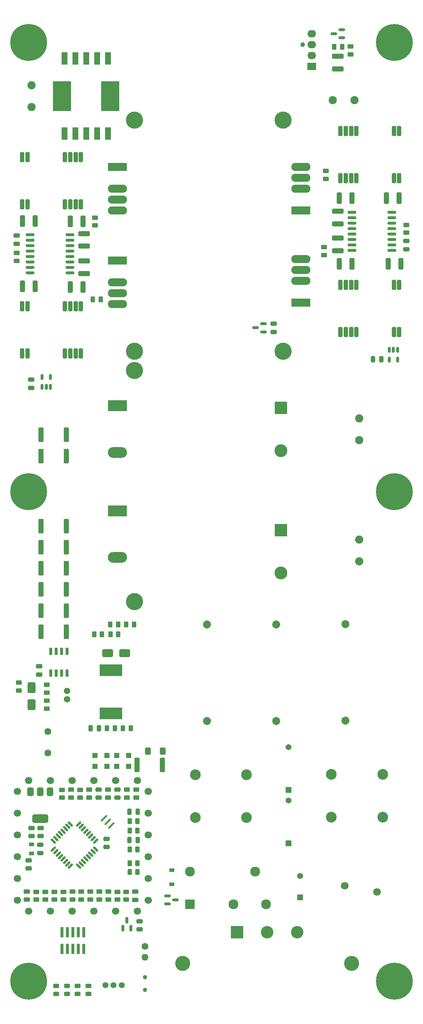
<source format=gbr>
%TF.GenerationSoftware,KiCad,Pcbnew,9.0.0*%
%TF.CreationDate,2025-06-29T21:09:51-04:00*%
%TF.ProjectId,RampedFetCoil,52616d70-6564-4466-9574-436f696c2e6b,rev?*%
%TF.SameCoordinates,Original*%
%TF.FileFunction,Soldermask,Top*%
%TF.FilePolarity,Negative*%
%FSLAX46Y46*%
G04 Gerber Fmt 4.6, Leading zero omitted, Abs format (unit mm)*
G04 Created by KiCad (PCBNEW 9.0.0) date 2025-06-29 21:09:51*
%MOMM*%
%LPD*%
G01*
G04 APERTURE LIST*
G04 Aperture macros list*
%AMRoundRect*
0 Rectangle with rounded corners*
0 $1 Rounding radius*
0 $2 $3 $4 $5 $6 $7 $8 $9 X,Y pos of 4 corners*
0 Add a 4 corners polygon primitive as box body*
4,1,4,$2,$3,$4,$5,$6,$7,$8,$9,$2,$3,0*
0 Add four circle primitives for the rounded corners*
1,1,$1+$1,$2,$3*
1,1,$1+$1,$4,$5*
1,1,$1+$1,$6,$7*
1,1,$1+$1,$8,$9*
0 Add four rect primitives between the rounded corners*
20,1,$1+$1,$2,$3,$4,$5,0*
20,1,$1+$1,$4,$5,$6,$7,0*
20,1,$1+$1,$6,$7,$8,$9,0*
20,1,$1+$1,$8,$9,$2,$3,0*%
%AMRotRect*
0 Rectangle, with rotation*
0 The origin of the aperture is its center*
0 $1 length*
0 $2 width*
0 $3 Rotation angle, in degrees counterclockwise*
0 Add horizontal line*
21,1,$1,$2,0,0,$3*%
G04 Aperture macros list end*
%ADD10RoundRect,0.250000X0.450000X-0.262500X0.450000X0.262500X-0.450000X0.262500X-0.450000X-0.262500X0*%
%ADD11C,1.854000*%
%ADD12RoundRect,0.250000X-0.400000X-0.600000X0.400000X-0.600000X0.400000X0.600000X-0.400000X0.600000X0*%
%ADD13RoundRect,0.250000X-0.450000X0.262500X-0.450000X-0.262500X0.450000X-0.262500X0.450000X0.262500X0*%
%ADD14RoundRect,0.250000X-0.362500X-1.425000X0.362500X-1.425000X0.362500X1.425000X-0.362500X1.425000X0*%
%ADD15C,0.900000*%
%ADD16C,8.600000*%
%ADD17RoundRect,0.250000X0.475000X-0.250000X0.475000X0.250000X-0.475000X0.250000X-0.475000X-0.250000X0*%
%ADD18RoundRect,0.250000X0.262500X0.450000X-0.262500X0.450000X-0.262500X-0.450000X0.262500X-0.450000X0*%
%ADD19RoundRect,0.250000X-1.100000X0.325000X-1.100000X-0.325000X1.100000X-0.325000X1.100000X0.325000X0*%
%ADD20RoundRect,0.150000X-0.875000X-0.150000X0.875000X-0.150000X0.875000X0.150000X-0.875000X0.150000X0*%
%ADD21R,1.422400X1.422400*%
%ADD22C,1.422400*%
%ADD23RoundRect,0.250000X-1.000000X-0.650000X1.000000X-0.650000X1.000000X0.650000X-1.000000X0.650000X0*%
%ADD24RoundRect,0.150000X0.875000X0.150000X-0.875000X0.150000X-0.875000X-0.150000X0.875000X-0.150000X0*%
%ADD25RotRect,0.400000X1.900000X315.000000*%
%ADD26R,0.740000X2.400000*%
%ADD27C,1.700000*%
%ADD28RoundRect,0.243750X0.456250X-0.243750X0.456250X0.243750X-0.456250X0.243750X-0.456250X-0.243750X0*%
%ADD29RoundRect,0.375000X-0.375000X0.625000X-0.375000X-0.625000X0.375000X-0.625000X0.375000X0.625000X0*%
%ADD30RoundRect,0.500000X-1.400000X0.500000X-1.400000X-0.500000X1.400000X-0.500000X1.400000X0.500000X0*%
%ADD31RoundRect,0.250000X0.362500X1.425000X-0.362500X1.425000X-0.362500X-1.425000X0.362500X-1.425000X0*%
%ADD32RoundRect,0.218750X0.381250X-0.218750X0.381250X0.218750X-0.381250X0.218750X-0.381250X-0.218750X0*%
%ADD33C,1.905000*%
%ADD34RoundRect,0.150000X0.150000X-0.725000X0.150000X0.725000X-0.150000X0.725000X-0.150000X-0.725000X0*%
%ADD35C,4.000000*%
%ADD36C,1.612000*%
%ADD37RoundRect,0.250000X-0.262500X-0.450000X0.262500X-0.450000X0.262500X0.450000X-0.262500X0.450000X0*%
%ADD38C,1.000000*%
%ADD39RoundRect,0.150000X-0.350000X-1.000000X0.350000X-1.000000X0.350000X1.000000X-0.350000X1.000000X0*%
%ADD40RoundRect,0.150000X0.350000X1.000000X-0.350000X1.000000X-0.350000X-1.000000X0.350000X-1.000000X0*%
%ADD41RoundRect,0.250000X1.100000X-0.325000X1.100000X0.325000X-1.100000X0.325000X-1.100000X-0.325000X0*%
%ADD42RoundRect,0.102000X0.605000X-1.355000X0.605000X1.355000X-0.605000X1.355000X-0.605000X-1.355000X0*%
%ADD43RoundRect,0.102000X2.050000X-3.370000X2.050000X3.370000X-2.050000X3.370000X-2.050000X-3.370000X0*%
%ADD44RoundRect,0.250000X-0.475000X0.250000X-0.475000X-0.250000X0.475000X-0.250000X0.475000X0.250000X0*%
%ADD45C,2.500000*%
%ADD46RoundRect,0.150000X-0.150000X0.512500X-0.150000X-0.512500X0.150000X-0.512500X0.150000X0.512500X0*%
%ADD47RoundRect,0.150000X-0.587500X-0.150000X0.587500X-0.150000X0.587500X0.150000X-0.587500X0.150000X0*%
%ADD48R,3.000000X3.000000*%
%ADD49C,3.000000*%
%ADD50R,4.500000X1.905000*%
%ADD51O,4.500000X1.905000*%
%ADD52RoundRect,0.250000X-0.325000X-1.100000X0.325000X-1.100000X0.325000X1.100000X-0.325000X1.100000X0*%
%ADD53RoundRect,0.250000X-0.250000X-0.475000X0.250000X-0.475000X0.250000X0.475000X-0.250000X0.475000X0*%
%ADD54RoundRect,0.250000X0.325000X1.100000X-0.325000X1.100000X-0.325000X-1.100000X0.325000X-1.100000X0*%
%ADD55R,1.371600X1.371600*%
%ADD56C,1.371600*%
%ADD57R,1.200000X1.200000*%
%ADD58RoundRect,0.150000X0.587500X0.150000X-0.587500X0.150000X-0.587500X-0.150000X0.587500X-0.150000X0*%
%ADD59R,5.300000X2.800000*%
%ADD60C,3.500000*%
%ADD61RoundRect,0.102000X-1.350000X-1.350000X1.350000X-1.350000X1.350000X1.350000X-1.350000X1.350000X0*%
%ADD62C,2.904000*%
%ADD63C,1.400000*%
%ADD64C,1.100000*%
%ADD65R,2.030000X1.730000*%
%ADD66O,2.030000X1.730000*%
%ADD67RoundRect,0.250000X-0.650000X1.000000X-0.650000X-1.000000X0.650000X-1.000000X0.650000X1.000000X0*%
%ADD68RoundRect,0.125000X0.353553X0.530330X-0.530330X-0.353553X-0.353553X-0.530330X0.530330X0.353553X0*%
%ADD69RoundRect,0.125000X-0.353553X0.530330X-0.530330X0.353553X0.353553X-0.530330X0.530330X-0.353553X0*%
%ADD70RoundRect,0.150000X0.150000X-0.587500X0.150000X0.587500X-0.150000X0.587500X-0.150000X-0.587500X0*%
%ADD71RoundRect,0.150000X0.150000X-0.512500X0.150000X0.512500X-0.150000X0.512500X-0.150000X-0.512500X0*%
%ADD72C,1.600000*%
%ADD73O,1.600000X1.600000*%
%ADD74R,4.500000X2.500000*%
%ADD75O,4.500000X2.500000*%
%ADD76C,1.800000*%
%ADD77RoundRect,0.225000X-0.375000X0.225000X-0.375000X-0.225000X0.375000X-0.225000X0.375000X0.225000X0*%
%ADD78R,2.300000X2.300000*%
%ADD79C,2.300000*%
%ADD80C,1.512000*%
G04 APERTURE END LIST*
D10*
%TO.C,R36*%
X99250000Y-68587500D03*
X99250000Y-70412500D03*
%TD*%
D11*
%TO.C,C29*%
X141600000Y-163550000D03*
X141600000Y-186050000D03*
%TD*%
D12*
%TO.C,D14*%
X111650000Y-193100000D03*
X115150000Y-193100000D03*
%TD*%
D13*
%TO.C,R19*%
X102300000Y-202087500D03*
X102300000Y-203912500D03*
%TD*%
D14*
%TO.C,R28*%
X86637500Y-160340000D03*
X92562500Y-160340000D03*
%TD*%
D15*
%TO.C,H6*%
X80525000Y-132500000D03*
X81469581Y-130219581D03*
X81469581Y-134780419D03*
X83750000Y-129275000D03*
D16*
X83750000Y-132500000D03*
D15*
X83750000Y-135725000D03*
X86030419Y-130219581D03*
X86030419Y-134780419D03*
X86975000Y-132500000D03*
%TD*%
D17*
%TO.C,C6*%
X86612500Y-212912500D03*
X86612500Y-211012500D03*
%TD*%
D18*
%TO.C,R43*%
X109212500Y-221250000D03*
X107387500Y-221250000D03*
%TD*%
D10*
%TO.C,R46*%
X93700000Y-203912500D03*
X93700000Y-202087500D03*
%TD*%
D18*
%TO.C,R9*%
X107662500Y-187750000D03*
X105837500Y-187750000D03*
%TD*%
D19*
%TO.C,C36*%
X96750000Y-78725000D03*
X96750000Y-81675000D03*
%TD*%
D10*
%TO.C,R33*%
X94000000Y-227700000D03*
X94000000Y-225875000D03*
%TD*%
%TO.C,R32*%
X89800000Y-227712500D03*
X89800000Y-225887500D03*
%TD*%
D20*
%TO.C,U11*%
X84100000Y-72555000D03*
X84100000Y-73825000D03*
X84100000Y-75095000D03*
X84100000Y-76365000D03*
X84100000Y-77635000D03*
X84100000Y-78905000D03*
X84100000Y-80175000D03*
X84100000Y-81445000D03*
X93400000Y-81445000D03*
X93400000Y-80175000D03*
X93400000Y-78905000D03*
X93400000Y-77635000D03*
X93400000Y-76365000D03*
X93400000Y-75095000D03*
X93400000Y-73825000D03*
X93400000Y-72555000D03*
%TD*%
D21*
%TO.C,TH1*%
X147200000Y-227200000D03*
D22*
X147200000Y-222200000D03*
%TD*%
D23*
%TO.C,D7*%
X102250000Y-170250000D03*
X106250000Y-170250000D03*
%TD*%
D24*
%TO.C,U14*%
X168650000Y-76245000D03*
X168650000Y-74975000D03*
X168650000Y-73705000D03*
X168650000Y-72435000D03*
X168650000Y-71165000D03*
X168650000Y-69895000D03*
X168650000Y-68625000D03*
X168650000Y-67355000D03*
X159350000Y-67355000D03*
X159350000Y-68625000D03*
X159350000Y-69895000D03*
X159350000Y-71165000D03*
X159350000Y-72435000D03*
X159350000Y-73705000D03*
X159350000Y-74975000D03*
X159350000Y-76245000D03*
%TD*%
D17*
%TO.C,C7*%
X84500000Y-212912500D03*
X84500000Y-211012500D03*
%TD*%
D25*
%TO.C,U4*%
X101398350Y-208707538D03*
X102246878Y-209556066D03*
X103095406Y-210404594D03*
%TD*%
D26*
%TO.C,J1*%
X91560000Y-239200000D03*
X91560000Y-235300000D03*
X92830000Y-239200000D03*
X92830000Y-235300000D03*
X94100000Y-239200000D03*
X94100000Y-235300000D03*
X95370000Y-239200000D03*
X95370000Y-235300000D03*
X96640000Y-239200000D03*
X96640000Y-235300000D03*
%TD*%
D27*
%TO.C,J2*%
X81195406Y-202454594D03*
X81195406Y-207534594D03*
X81195406Y-212614594D03*
X81195406Y-217694594D03*
X81195406Y-222774594D03*
X81195406Y-227854594D03*
X83745406Y-199904594D03*
X83745406Y-230404594D03*
X88825406Y-199904594D03*
X88825406Y-230404594D03*
X93905406Y-199904594D03*
X93905406Y-230404594D03*
X98985406Y-199904594D03*
X98985406Y-230404594D03*
X104065406Y-199904594D03*
X104065406Y-230404594D03*
X109145406Y-199904594D03*
X109145406Y-230404594D03*
X111695406Y-202454594D03*
X111695406Y-207534594D03*
X111695406Y-212614594D03*
X111695406Y-217694594D03*
X111695406Y-222774594D03*
X111695406Y-227854594D03*
%TD*%
D10*
%TO.C,R10*%
X88000000Y-179412500D03*
X88000000Y-177587500D03*
%TD*%
D28*
%TO.C,D5*%
X97750000Y-249750000D03*
X97750000Y-247875000D03*
%TD*%
D13*
%TO.C,R6*%
X87700000Y-225887500D03*
X87700000Y-227712500D03*
%TD*%
D29*
%TO.C,U5*%
X88800000Y-202550000D03*
X86500000Y-202550000D03*
D30*
X86500000Y-208850000D03*
D29*
X84200000Y-202550000D03*
%TD*%
D14*
%TO.C,R29*%
X86637500Y-165230000D03*
X92562500Y-165230000D03*
%TD*%
D31*
%TO.C,R17*%
X115025000Y-196300000D03*
X109100000Y-196300000D03*
%TD*%
D32*
%TO.C,FB1*%
X84500000Y-216962500D03*
X84500000Y-214837500D03*
%TD*%
D13*
%TO.C,R13*%
X159000000Y-28687500D03*
X159000000Y-30512500D03*
%TD*%
D33*
%TO.C,J4*%
X159940000Y-41200000D03*
X154860000Y-41200000D03*
%TD*%
D14*
%TO.C,R23*%
X86637500Y-124200000D03*
X92562500Y-124200000D03*
%TD*%
D13*
%TO.C,R18*%
X106700000Y-202087500D03*
X106700000Y-203912500D03*
%TD*%
D28*
%TO.C,D2*%
X90250000Y-249750000D03*
X90250000Y-247875000D03*
%TD*%
D13*
%TO.C,R16*%
X108900000Y-202087500D03*
X108900000Y-203912500D03*
%TD*%
D34*
%TO.C,U3*%
X88940000Y-174900000D03*
X90210000Y-174900000D03*
X91480000Y-174900000D03*
X92750000Y-174900000D03*
X92750000Y-169750000D03*
X91480000Y-169750000D03*
X90210000Y-169750000D03*
X88940000Y-169750000D03*
%TD*%
D35*
%TO.C,HS2*%
X108500000Y-158186000D03*
X108500000Y-104250000D03*
%TD*%
D36*
%TO.C,C13*%
X88250000Y-188500000D03*
X88250000Y-193500000D03*
%TD*%
D13*
%TO.C,R5*%
X85600000Y-225887500D03*
X85600000Y-227712500D03*
%TD*%
D37*
%TO.C,R3*%
X102837500Y-163500000D03*
X104662500Y-163500000D03*
%TD*%
D19*
%TO.C,C35*%
X96750000Y-72300000D03*
X96750000Y-75250000D03*
%TD*%
D14*
%TO.C,R25*%
X86637500Y-145510000D03*
X92562500Y-145510000D03*
%TD*%
D38*
%TO.C,NE1*%
X111000000Y-245800000D03*
X111000000Y-248800000D03*
%TD*%
D39*
%TO.C,U13*%
X82250000Y-89250000D03*
X83500000Y-89250000D03*
X82250000Y-100250000D03*
X83500000Y-100250000D03*
X92250000Y-100250000D03*
X93500000Y-100250000D03*
X94750000Y-89250000D03*
X94750000Y-100250000D03*
X96000000Y-89250000D03*
X96000000Y-100250000D03*
X92250000Y-89250000D03*
X93500000Y-89250000D03*
%TD*%
D40*
%TO.C,U15*%
X170350000Y-59400000D03*
X169100000Y-59400000D03*
X170350000Y-48400000D03*
X169100000Y-48400000D03*
X160350000Y-48400000D03*
X159100000Y-48400000D03*
X157850000Y-59400000D03*
X157850000Y-48400000D03*
X156600000Y-59400000D03*
X156600000Y-48400000D03*
X160350000Y-59400000D03*
X159100000Y-59400000D03*
%TD*%
D41*
%TO.C,C46*%
X156000000Y-76310000D03*
X156000000Y-73360000D03*
%TD*%
D37*
%TO.C,R35*%
X98787500Y-87700000D03*
X100612500Y-87700000D03*
%TD*%
D15*
%TO.C,H5*%
X166025000Y-27750000D03*
X166969581Y-25469581D03*
X166969581Y-30030419D03*
X169250000Y-24525000D03*
D16*
X169250000Y-27750000D03*
D15*
X169250000Y-30975000D03*
X171530419Y-25469581D03*
X171530419Y-30030419D03*
X172475000Y-27750000D03*
%TD*%
D42*
%TO.C,T1*%
X92130000Y-49000000D03*
X94670000Y-49000000D03*
X97210000Y-49000000D03*
X99750000Y-49000000D03*
X102290000Y-49000000D03*
X102290000Y-31450000D03*
X99750000Y-31450000D03*
X97210000Y-31450000D03*
X94670000Y-31450000D03*
X92130000Y-31450000D03*
D43*
X91590000Y-40225000D03*
X102830000Y-40225000D03*
%TD*%
D44*
%TO.C,C47*%
X84400000Y-106400000D03*
X84400000Y-108300000D03*
%TD*%
D45*
%TO.C,FL2*%
X154500000Y-198500000D03*
X166500000Y-198500000D03*
X154500000Y-208500000D03*
X166500000Y-208500000D03*
%TD*%
D37*
%TO.C,R4*%
X106587500Y-163500000D03*
X108412500Y-163500000D03*
%TD*%
D13*
%TO.C,R8*%
X102400000Y-225875000D03*
X102400000Y-227700000D03*
%TD*%
D33*
%TO.C,J7*%
X161000000Y-148750000D03*
X161000000Y-143670000D03*
%TD*%
D46*
%TO.C,U7*%
X169950000Y-99462500D03*
X169000000Y-99462500D03*
X168050000Y-99462500D03*
X168050000Y-101737500D03*
X169950000Y-101737500D03*
%TD*%
D37*
%TO.C,R2*%
X102887500Y-165800000D03*
X104712500Y-165800000D03*
%TD*%
D17*
%TO.C,C1*%
X100100000Y-203950000D03*
X100100000Y-202050000D03*
%TD*%
D47*
%TO.C,Q5*%
X116225000Y-226850000D03*
X116225000Y-228750000D03*
X118100000Y-227800000D03*
%TD*%
D15*
%TO.C,H7*%
X166025000Y-132500000D03*
X166969581Y-130219581D03*
X166969581Y-134780419D03*
X169250000Y-129275000D03*
D16*
X169250000Y-132500000D03*
D15*
X169250000Y-135725000D03*
X171530419Y-130219581D03*
X171530419Y-134780419D03*
X172475000Y-132500000D03*
%TD*%
D10*
%TO.C,R41*%
X104500000Y-227712500D03*
X104500000Y-225887500D03*
%TD*%
D18*
%TO.C,R44*%
X109212500Y-219250000D03*
X107387500Y-219250000D03*
%TD*%
D37*
%TO.C,R48*%
X107387500Y-209400000D03*
X109212500Y-209400000D03*
%TD*%
D48*
%TO.C,C17*%
X142750000Y-113000000D03*
D49*
X142750000Y-123000000D03*
%TD*%
D50*
%TO.C,Q4*%
X147400000Y-88400000D03*
D51*
X147400000Y-83320000D03*
X147400000Y-80780000D03*
X147400000Y-78240000D03*
%TD*%
D50*
%TO.C,Q3*%
X147400000Y-66960000D03*
D51*
X147400000Y-61880000D03*
X147400000Y-59340000D03*
X147400000Y-56800000D03*
%TD*%
D52*
%TO.C,C41*%
X167325000Y-64000000D03*
X170275000Y-64000000D03*
%TD*%
D53*
%TO.C,C2*%
X98300000Y-187750000D03*
X100200000Y-187750000D03*
%TD*%
D54*
%TO.C,C38*%
X85275000Y-69400000D03*
X82325000Y-69400000D03*
%TD*%
D10*
%TO.C,R31*%
X91900000Y-227712500D03*
X91900000Y-225887500D03*
%TD*%
D37*
%TO.C,R14*%
X155187500Y-28700000D03*
X157012500Y-28700000D03*
%TD*%
D55*
%TO.C,C28*%
X144500000Y-214600000D03*
D56*
X144500000Y-204600000D03*
%TD*%
D57*
%TO.C,D1*%
X107190625Y-196640625D03*
X104390625Y-196640625D03*
%TD*%
D50*
%TO.C,Q2*%
X104500000Y-78590000D03*
D51*
X104500000Y-83670000D03*
X104500000Y-86210000D03*
X104500000Y-88750000D03*
%TD*%
D58*
%TO.C,U6*%
X138687500Y-95250000D03*
X138687500Y-93350000D03*
X136812500Y-94300000D03*
%TD*%
D55*
%TO.C,C27*%
X144500000Y-202100000D03*
D56*
X144500000Y-192100000D03*
%TD*%
D54*
%TO.C,C45*%
X159275000Y-79400000D03*
X156325000Y-79400000D03*
%TD*%
D44*
%TO.C,C40*%
X172000000Y-74050000D03*
X172000000Y-75950000D03*
%TD*%
D52*
%TO.C,C44*%
X156325000Y-64000000D03*
X159275000Y-64000000D03*
%TD*%
D44*
%TO.C,C10*%
X141000000Y-93350000D03*
X141000000Y-95250000D03*
%TD*%
D52*
%TO.C,C34*%
X93525000Y-69500000D03*
X96475000Y-69500000D03*
%TD*%
D39*
%TO.C,U8*%
X82250000Y-54500000D03*
X83500000Y-54500000D03*
X82250000Y-65500000D03*
X83500000Y-65500000D03*
X92250000Y-65500000D03*
X93500000Y-65500000D03*
X94750000Y-54500000D03*
X94750000Y-65500000D03*
X96000000Y-54500000D03*
X96000000Y-65500000D03*
X92250000Y-54500000D03*
X93500000Y-54500000D03*
%TD*%
D53*
%TO.C,C26*%
X107350000Y-213800000D03*
X109250000Y-213800000D03*
%TD*%
D11*
%TO.C,C22*%
X157800000Y-185950000D03*
X157800000Y-163450000D03*
%TD*%
D52*
%TO.C,C42*%
X167800000Y-79400000D03*
X170750000Y-79400000D03*
%TD*%
D59*
%TO.C,L2*%
X103000000Y-174200000D03*
X103000000Y-184300000D03*
%TD*%
D33*
%TO.C,J5*%
X84500000Y-42790000D03*
X84500000Y-37710000D03*
%TD*%
D28*
%TO.C,D4*%
X95250000Y-249750000D03*
X95250000Y-247875000D03*
%TD*%
D53*
%TO.C,C49*%
X164250000Y-101600000D03*
X166150000Y-101600000D03*
%TD*%
D50*
%TO.C,Q1*%
X104500000Y-56750000D03*
D51*
X104500000Y-61830000D03*
X104500000Y-64370000D03*
X104500000Y-66910000D03*
%TD*%
D60*
%TO.C,J3*%
X119750000Y-242612500D03*
X159250000Y-242612500D03*
D61*
X132500000Y-235312500D03*
D62*
X139500000Y-235312500D03*
X146500000Y-235312500D03*
%TD*%
D44*
%TO.C,C4*%
X102000000Y-213550000D03*
X102000000Y-215450000D03*
%TD*%
D63*
%TO.C,U9*%
X101695000Y-247682500D03*
X103600000Y-247682500D03*
X105505000Y-247682500D03*
%TD*%
D57*
%TO.C,D12*%
X102040625Y-194100000D03*
X99240625Y-194100000D03*
%TD*%
%TO.C,D13*%
X107190625Y-194100000D03*
X104390625Y-194100000D03*
%TD*%
D64*
%TO.C,M1*%
X147790000Y-28220000D03*
D65*
X149950000Y-33300000D03*
D66*
X149950000Y-30760000D03*
X149950000Y-28220000D03*
X149950000Y-25680000D03*
%TD*%
D67*
%TO.C,D8*%
X84500000Y-178250000D03*
X84500000Y-182250000D03*
%TD*%
D68*
%TO.C,U1*%
X99432070Y-214027728D03*
X98866384Y-213462043D03*
X98300699Y-212896357D03*
X97735014Y-212330672D03*
X97169328Y-211764986D03*
X96603643Y-211199301D03*
X96037957Y-210633616D03*
X95472272Y-210067930D03*
D69*
X93527728Y-210067930D03*
X92962043Y-210633616D03*
X92396357Y-211199301D03*
X91830672Y-211764986D03*
X91264986Y-212330672D03*
X90699301Y-212896357D03*
X90133616Y-213462043D03*
X89567930Y-214027728D03*
D68*
X89567930Y-215972272D03*
X90133616Y-216537957D03*
X90699301Y-217103643D03*
X91264986Y-217669328D03*
X91830672Y-218235014D03*
X92396357Y-218800699D03*
X92962043Y-219366384D03*
X93527728Y-219932070D03*
D69*
X95472272Y-219932070D03*
X96037957Y-219366384D03*
X96603643Y-218800699D03*
X97169328Y-218235014D03*
X97735014Y-217669328D03*
X98300699Y-217103643D03*
X98866384Y-216537957D03*
X99432070Y-215972272D03*
%TD*%
D54*
%TO.C,C39*%
X85275000Y-84600000D03*
X82325000Y-84600000D03*
%TD*%
D17*
%TO.C,C3*%
X86500000Y-216850000D03*
X86500000Y-214950000D03*
%TD*%
D70*
%TO.C,Q6*%
X105800000Y-234400000D03*
X107700000Y-234400000D03*
X106750000Y-232525000D03*
%TD*%
D11*
%TO.C,C25*%
X125400000Y-163550000D03*
X125400000Y-186050000D03*
%TD*%
D13*
%TO.C,R39*%
X152800000Y-75487500D03*
X152800000Y-77312500D03*
%TD*%
D57*
%TO.C,D11*%
X102040625Y-196640625D03*
X99240625Y-196640625D03*
%TD*%
D17*
%TO.C,C14*%
X109700000Y-234650000D03*
X109700000Y-232750000D03*
%TD*%
D14*
%TO.C,R26*%
X86637500Y-150400000D03*
X92562500Y-150400000D03*
%TD*%
D10*
%TO.C,R42*%
X106600000Y-227712500D03*
X106600000Y-225887500D03*
%TD*%
D44*
%TO.C,C21*%
X104500000Y-202050000D03*
X104500000Y-203950000D03*
%TD*%
D18*
%TO.C,R30*%
X103912500Y-187750000D03*
X102087500Y-187750000D03*
%TD*%
D28*
%TO.C,D3*%
X92750000Y-249750000D03*
X92750000Y-247875000D03*
%TD*%
D14*
%TO.C,R24*%
X86637500Y-140620000D03*
X92562500Y-140620000D03*
%TD*%
D13*
%TO.C,R11*%
X88000000Y-181337500D03*
X88000000Y-183162500D03*
%TD*%
D17*
%TO.C,C33*%
X81000000Y-74700000D03*
X81000000Y-72800000D03*
%TD*%
D71*
%TO.C,U2*%
X86950000Y-108037500D03*
X87900000Y-108037500D03*
X88850000Y-108037500D03*
X88850000Y-105762500D03*
X86950000Y-105762500D03*
%TD*%
D15*
%TO.C,H9*%
X80525000Y-246750000D03*
X81469581Y-244469581D03*
X81469581Y-249030419D03*
X83750000Y-243525000D03*
D16*
X83750000Y-246750000D03*
D15*
X83750000Y-249975000D03*
X86030419Y-244469581D03*
X86030419Y-249030419D03*
X86975000Y-246750000D03*
%TD*%
D44*
%TO.C,C5*%
X108700000Y-225850000D03*
X108700000Y-227750000D03*
%TD*%
D35*
%TO.C,HS1*%
X108500000Y-45814000D03*
X108500000Y-99750000D03*
X143200000Y-45814000D03*
X143200000Y-99750000D03*
%TD*%
D10*
%TO.C,R45*%
X91600000Y-203925000D03*
X91600000Y-202100000D03*
%TD*%
D15*
%TO.C,H8*%
X80525000Y-27750000D03*
X81469581Y-25469581D03*
X81469581Y-30030419D03*
X83750000Y-24525000D03*
D16*
X83750000Y-27750000D03*
D15*
X83750000Y-30975000D03*
X86030419Y-25469581D03*
X86030419Y-30030419D03*
X86975000Y-27750000D03*
%TD*%
D13*
%TO.C,R34*%
X81000000Y-76837500D03*
X81000000Y-78662500D03*
%TD*%
D44*
%TO.C,C9*%
X83400000Y-225800000D03*
X83400000Y-227700000D03*
%TD*%
D37*
%TO.C,R47*%
X107387500Y-211600000D03*
X109212500Y-211600000D03*
%TD*%
D45*
%TO.C,FL1*%
X122700000Y-198600000D03*
X134700000Y-198600000D03*
X122700000Y-208600000D03*
X134700000Y-208600000D03*
%TD*%
D10*
%TO.C,R40*%
X153200000Y-59512500D03*
X153200000Y-57687500D03*
%TD*%
D72*
%TO.C,R51*%
X111000000Y-238655000D03*
D73*
X111000000Y-241195000D03*
%TD*%
D54*
%TO.C,C37*%
X96475000Y-84750000D03*
X93525000Y-84750000D03*
%TD*%
D44*
%TO.C,C8*%
X83800000Y-218550000D03*
X83800000Y-220450000D03*
%TD*%
D33*
%TO.C,J6*%
X161000000Y-120500000D03*
X161000000Y-115420000D03*
%TD*%
D10*
%TO.C,R37*%
X96100000Y-227700000D03*
X96100000Y-225875000D03*
%TD*%
%TO.C,R15*%
X98200000Y-227700000D03*
X98200000Y-225875000D03*
%TD*%
D74*
%TO.C,D9*%
X104500000Y-112486000D03*
D75*
X104500000Y-123386000D03*
%TD*%
D10*
%TO.C,R12*%
X81500000Y-178912500D03*
X81500000Y-177087500D03*
%TD*%
%TO.C,R49*%
X95800000Y-203925000D03*
X95800000Y-202100000D03*
%TD*%
D14*
%TO.C,R22*%
X86637500Y-119200000D03*
X92562500Y-119200000D03*
%TD*%
D41*
%TO.C,C48*%
X156000000Y-33875000D03*
X156000000Y-30925000D03*
%TD*%
D58*
%TO.C,Q7*%
X156975000Y-26650000D03*
X156975000Y-24750000D03*
X155100000Y-25700000D03*
%TD*%
D13*
%TO.C,R50*%
X97900000Y-202087500D03*
X97900000Y-203912500D03*
%TD*%
D37*
%TO.C,R1*%
X99087500Y-165800000D03*
X100912500Y-165800000D03*
%TD*%
D74*
%TO.C,D10*%
X104500000Y-136986000D03*
D75*
X104500000Y-147886000D03*
%TD*%
D14*
%TO.C,R27*%
X86637500Y-155290000D03*
X92562500Y-155290000D03*
%TD*%
D76*
%TO.C,RV1*%
X157650000Y-224500000D03*
X165150000Y-225900000D03*
%TD*%
D77*
%TO.C,D6*%
X117200000Y-220850000D03*
X117200000Y-224150000D03*
%TD*%
D78*
%TO.C,K2*%
X121500000Y-228820000D03*
D79*
X131660000Y-228820000D03*
X139280000Y-228820000D03*
X136740000Y-221200000D03*
X121500000Y-221200000D03*
%TD*%
D40*
%TO.C,U16*%
X170350000Y-95300000D03*
X169100000Y-95300000D03*
X170350000Y-84300000D03*
X169100000Y-84300000D03*
X160350000Y-84300000D03*
X159100000Y-84300000D03*
X157850000Y-95300000D03*
X157850000Y-84300000D03*
X156600000Y-95300000D03*
X156600000Y-84300000D03*
X160350000Y-95300000D03*
X159100000Y-95300000D03*
%TD*%
D10*
%TO.C,R38*%
X172000000Y-72112500D03*
X172000000Y-70287500D03*
%TD*%
D18*
%TO.C,R20*%
X109212500Y-216000000D03*
X107387500Y-216000000D03*
%TD*%
D53*
%TO.C,C20*%
X107350000Y-207200000D03*
X109250000Y-207200000D03*
%TD*%
D15*
%TO.C,H4*%
X166025000Y-246750000D03*
X166969581Y-244469581D03*
X166969581Y-249030419D03*
X169250000Y-243525000D03*
D16*
X169250000Y-246750000D03*
D15*
X169250000Y-249975000D03*
X171530419Y-244469581D03*
X171530419Y-249030419D03*
X172475000Y-246750000D03*
%TD*%
D80*
%TO.C,C12*%
X92750000Y-181000000D03*
X92750000Y-179000000D03*
%TD*%
D13*
%TO.C,R7*%
X100300000Y-225875000D03*
X100300000Y-227700000D03*
%TD*%
D44*
%TO.C,C11*%
X86250000Y-173300000D03*
X86250000Y-175200000D03*
%TD*%
D41*
%TO.C,C43*%
X156000000Y-70075000D03*
X156000000Y-67125000D03*
%TD*%
D48*
%TO.C,C16*%
X142750000Y-141500000D03*
D49*
X142750000Y-151500000D03*
%TD*%
M02*

</source>
